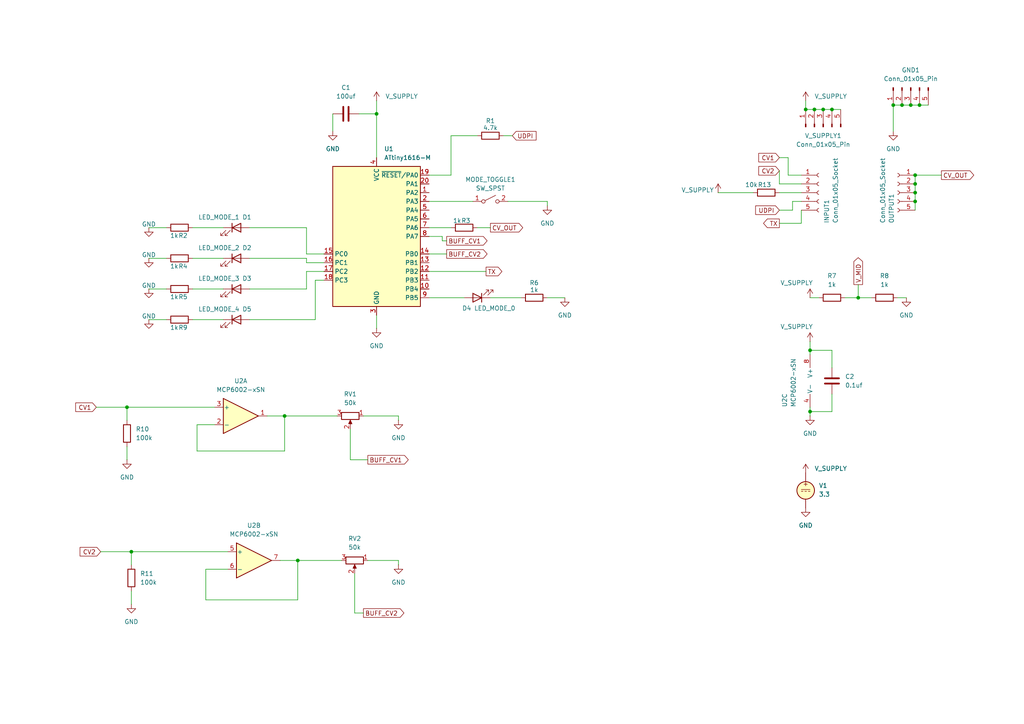
<source format=kicad_sch>
(kicad_sch (version 20231120) (generator "eeschema") (generator_version "8.0")
  (paper "A4")
  (lib_symbols
    (symbol "Amplifier_Operational:MCP6002-xSN" (pin_names (offset 0.127))
      (property "Reference" "U" (at 0 5.08 0))
      (property "Value" "MCP6002-xSN" (at 0 -5.08 0))
      (symbol "MCP6002-xSN_1_1"
        (polyline (pts (xy -5.08 5.08) (xy 5.08 0) (xy -5.08 -5.08) (xy -5.08 5.08)) (stroke (width 0.254)) (fill (type background)))
        (pin output line (at 7.62 0 180) (length 2.54) (name "~") (number "1"))
        (pin input line (at -7.62 -2.54 0) (length 2.54) (name "-") (number "2"))
        (pin input line (at -7.62 2.54 0) (length 2.54) (name "+") (number "3"))
      )
      (symbol "MCP6002-xSN_2_1"
        (polyline (pts (xy -5.08 5.08) (xy 5.08 0) (xy -5.08 -5.08) (xy -5.08 5.08)) (stroke (width 0.254)) (fill (type background)))
        (pin input line (at -7.62 2.54 0) (length 2.54) (name "+") (number "5"))
        (pin input line (at -7.62 -2.54 0) (length 2.54) (name "-") (number "6"))
        (pin output line (at 7.62 0 180) (length 2.54) (name "~") (number "7"))
      )
      (symbol "MCP6002-xSN_3_1"
        (pin power_in line (at -2.54 -7.62 90) (length 3.81) (name "V-") (number "4"))
        (pin power_in line (at -2.54 7.62 270) (length 3.81) (name "V+") (number "8"))
      )
    )
    (symbol "Connector:Conn_01x05_Pin" (pin_names (offset 1.016) hide)
      (property "Reference" "J" (at 0 7.62 0))
      (property "Value" "Conn_01x05_Pin" (at 0 -7.62 0))
      (symbol "Conn_01x05_Pin_1_1"
        (polyline (pts (xy 1.27 -5.08) (xy 0.8636 -5.08)) (stroke (width 0.1524)))
        (polyline (pts (xy 1.27 -2.54) (xy 0.8636 -2.54)) (stroke (width 0.1524)))
        (polyline (pts (xy 1.27 0) (xy 0.8636 0)) (stroke (width 0.1524)))
        (polyline (pts (xy 1.27 2.54) (xy 0.8636 2.54)) (stroke (width 0.1524)))
        (polyline (pts (xy 1.27 5.08) (xy 0.8636 5.08)) (stroke (width 0.1524)))
        (rectangle (start 0.8636 -4.953) (end 0 -5.207) (stroke (width 0.1524)) (fill (type outline)))
        (rectangle (start 0.8636 -2.413) (end 0 -2.667) (stroke (width 0.1524)) (fill (type outline)))
        (rectangle (start 0.8636 0.127) (end 0 -0.127) (stroke (width 0.1524)) (fill (type outline)))
        (rectangle (start 0.8636 2.667) (end 0 2.413) (stroke (width 0.1524)) (fill (type outline)))
        (rectangle (start 0.8636 5.207) (end 0 4.953) (stroke (width 0.1524)) (fill (type outline)))
        (pin passive line (at 5.08 5.08 180) (length 3.81) (name "Pin_1") (number "1"))
        (pin passive line (at 5.08 2.54 180) (length 3.81) (name "Pin_2") (number "2"))
        (pin passive line (at 5.08 0 180) (length 3.81) (name "Pin_3") (number "3"))
        (pin passive line (at 5.08 -2.54 180) (length 3.81) (name "Pin_4") (number "4"))
        (pin passive line (at 5.08 -5.08 180) (length 3.81) (name "Pin_5") (number "5"))
      )
    )
    (symbol "Connector:Conn_01x05_Socket" (pin_names (offset 1.016) hide)
      (property "Reference" "J" (at 0 7.62 0))
      (property "Value" "Conn_01x05_Socket" (at 0 -7.62 0))
      (symbol "Conn_01x05_Socket_1_1"
        (arc (start 0 -4.572) (mid -0.5058 -5.08) (end 0 -5.588) (stroke (width 0.1524)))
        (arc (start 0 -2.032) (mid -0.5058 -2.54) (end 0 -3.048) (stroke (width 0.1524)))
        (polyline (pts (xy -1.27 -5.08) (xy -0.508 -5.08)) (stroke (width 0.1524)))
        (polyline (pts (xy -1.27 -2.54) (xy -0.508 -2.54)) (stroke (width 0.1524)))
        (polyline (pts (xy -1.27 0) (xy -0.508 0)) (stroke (width 0.1524)))
        (polyline (pts (xy -1.27 2.54) (xy -0.508 2.54)) (stroke (width 0.1524)))
        (polyline (pts (xy -1.27 5.08) (xy -0.508 5.08)) (stroke (width 0.1524)))
        (arc (start 0 0.508) (mid -0.5058 0) (end 0 -0.508) (stroke (width 0.1524)))
        (arc (start 0 3.048) (mid -0.5058 2.54) (end 0 2.032) (stroke (width 0.1524)))
        (arc (start 0 5.588) (mid -0.5058 5.08) (end 0 4.572) (stroke (width 0.1524)))
        (pin passive line (at -5.08 5.08 0) (length 3.81) (name "Pin_1") (number "1"))
        (pin passive line (at -5.08 2.54 0) (length 3.81) (name "Pin_2") (number "2"))
        (pin passive line (at -5.08 0 0) (length 3.81) (name "Pin_3") (number "3"))
        (pin passive line (at -5.08 -2.54 0) (length 3.81) (name "Pin_4") (number "4"))
        (pin passive line (at -5.08 -5.08 0) (length 3.81) (name "Pin_5") (number "5"))
      )
    )
    (symbol "Device:C" (pin_numbers hide) (pin_names (offset 0.254))
      (property "Reference" "C" (at 0.635 2.54 0))
      (property "Value" "C" (at 0.635 -2.54 0))
      (symbol "C_0_1"
        (polyline (pts (xy -2.032 -0.762) (xy 2.032 -0.762)) (stroke (width 0.508)))
        (polyline (pts (xy -2.032 0.762) (xy 2.032 0.762)) (stroke (width 0.508)))
      )
      (symbol "C_1_1"
        (pin passive line (at 0 3.81 270) (length 2.794) (name "~") (number "1"))
        (pin passive line (at 0 -3.81 90) (length 2.794) (name "~") (number "2"))
      )
    )
    (symbol "Device:LED" (pin_numbers hide) (pin_names (offset 1.016) hide)
      (property "Reference" "D" (at 0 2.54 0))
      (property "Value" "LED" (at 0 -2.54 0))
      (symbol "LED_0_1"
        (polyline (pts (xy -1.27 -1.27) (xy -1.27 1.27)) (stroke (width 0.254)))
        (polyline (pts (xy -1.27 0) (xy 1.27 0)))
        (polyline (pts (xy 1.27 -1.27) (xy 1.27 1.27) (xy -1.27 0) (xy 1.27 -1.27)) (stroke (width 0.254)))
        (polyline (pts (xy -3.048 -0.762) (xy -4.572 -2.286) (xy -3.81 -2.286) (xy -4.572 -2.286) (xy -4.572 -1.524)))
        (polyline (pts (xy -1.778 -0.762) (xy -3.302 -2.286) (xy -2.54 -2.286) (xy -3.302 -2.286) (xy -3.302 -1.524)))
      )
      (symbol "LED_1_1"
        (pin passive line (at -3.81 0 0) (length 2.54) (name "K") (number "1"))
        (pin passive line (at 3.81 0 180) (length 2.54) (name "A") (number "2"))
      )
    )
    (symbol "Device:R" (pin_numbers hide) (pin_names (offset 0))
      (property "Reference" "R" (at 2.032 0 90))
      (property "Value" "R" (at 0 0 90))
      (symbol "R_0_1"
        (rectangle (start -1.016 -2.54) (end 1.016 2.54) (stroke (width 0.254)))
      )
      (symbol "R_1_1"
        (pin passive line (at 0 3.81 270) (length 1.27) (name "~") (number "1"))
        (pin passive line (at 0 -3.81 90) (length 1.27) (name "~") (number "2"))
      )
    )
    (symbol "Device:R_Potentiometer" (pin_names (offset 1.016) hide)
      (property "Reference" "RV" (at -4.445 0 90))
      (property "Value" "R_Potentiometer" (at -2.54 0 90))
      (symbol "R_Potentiometer_0_1"
        (polyline (pts (xy 2.54 0) (xy 1.524 0)))
        (polyline (pts (xy 1.143 0) (xy 2.286 0.508) (xy 2.286 -0.508) (xy 1.143 0)) (fill (type outline)))
        (rectangle (start 1.016 2.54) (end -1.016 -2.54) (stroke (width 0.254)))
      )
      (symbol "R_Potentiometer_1_1"
        (pin passive line (at 0 3.81 270) (length 1.27) (name "1") (number "1"))
        (pin passive line (at 3.81 0 180) (length 1.27) (name "2") (number "2"))
        (pin passive line (at 0 -3.81 90) (length 1.27) (name "3") (number "3"))
      )
    )
    (symbol "MCU_Microchip_ATtiny:ATtiny1616-M"
      (property "Reference" "U" (at -12.7 21.59 0))
      (property "Value" "ATtiny1616-M" (at 2.54 -21.59 0))
      (symbol "ATtiny1616-M_0_1"
        (rectangle (start -12.7 -20.32) (end 12.7 20.32) (stroke (width 0.254)) (fill (type background)))
      )
      (symbol "ATtiny1616-M_1_1"
        (pin bidirectional line (at 15.24 12.7 180) (length 2.54) (name "PA2") (number "1"))
        (pin bidirectional line (at 15.24 -15.24 180) (length 2.54) (name "PB4") (number "10"))
        (pin bidirectional line (at 15.24 -12.7 180) (length 2.54) (name "PB3") (number "11"))
        (pin bidirectional line (at 15.24 -10.16 180) (length 2.54) (name "PB2") (number "12"))
        (pin bidirectional line (at 15.24 -7.62 180) (length 2.54) (name "PB1") (number "13"))
        (pin bidirectional line (at 15.24 -5.08 180) (length 2.54) (name "PB0") (number "14"))
        (pin bidirectional line (at -15.24 -5.08 0) (length 2.54) (name "PC0") (number "15"))
        (pin bidirectional line (at -15.24 -7.62 0) (length 2.54) (name "PC1") (number "16"))
        (pin bidirectional line (at -15.24 -10.16 0) (length 2.54) (name "PC2") (number "17"))
        (pin bidirectional line (at -15.24 -12.7 0) (length 2.54) (name "PC3") (number "18"))
        (pin bidirectional line (at 15.24 17.78 180) (length 2.54) (name "~{RESET}/PA0") (number "19"))
        (pin bidirectional line (at 15.24 10.16 180) (length 2.54) (name "PA3") (number "2"))
        (pin bidirectional line (at 15.24 15.24 180) (length 2.54) (name "PA1") (number "20"))
        (pin passive line (at 0 -22.86 90) (length 2.54) hide (name "GND") (number "21"))
        (pin power_in line (at 0 -22.86 90) (length 2.54) (name "GND") (number "3"))
        (pin power_in line (at 0 22.86 270) (length 2.54) (name "VCC") (number "4"))
        (pin bidirectional line (at 15.24 7.62 180) (length 2.54) (name "PA4") (number "5"))
        (pin bidirectional line (at 15.24 5.08 180) (length 2.54) (name "PA5") (number "6"))
        (pin bidirectional line (at 15.24 2.54 180) (length 2.54) (name "PA6") (number "7"))
        (pin bidirectional line (at 15.24 0 180) (length 2.54) (name "PA7") (number "8"))
        (pin bidirectional line (at 15.24 -17.78 180) (length 2.54) (name "PB5") (number "9"))
      )
    )
    (symbol "Simulation_SPICE:VDC" (pin_numbers hide) (pin_names (offset 0.0254))
      (property "Reference" "V" (at 2.54 2.54 0))
      (property "Value" "1" (at 2.54 0 0))
      (symbol "VDC_0_0"
        (polyline (pts (xy -1.27 0.254) (xy 1.27 0.254)))
        (polyline (pts (xy -0.762 -0.254) (xy -1.27 -0.254)))
        (polyline (pts (xy 0.254 -0.254) (xy -0.254 -0.254)))
        (polyline (pts (xy 1.27 -0.254) (xy 0.762 -0.254)))
        (text "+" (at 0 1.905 0) (effects (font (size 1.27 1.27))))
      )
      (symbol "VDC_0_1"
        (circle (center 0 0) (radius 2.54) (stroke (width 0.254)) (fill (type background)))
      )
      (symbol "VDC_1_1"
        (pin passive line (at 0 5.08 270) (length 2.54) (name "~") (number "1"))
        (pin passive line (at 0 -5.08 90) (length 2.54) (name "~") (number "2"))
      )
    )
    (symbol "Switch:SW_SPST" (pin_names (offset 0) hide)
      (property "Reference" "SW" (at 0 3.175 0))
      (property "Value" "SW_SPST" (at 0 -2.54 0))
      (symbol "SW_SPST_0_0"
        (circle (center -2.032 0) (radius 0.508))
        (polyline (pts (xy -1.524 0.254) (xy 1.524 1.778)))
        (circle (center 2.032 0) (radius 0.508))
      )
      (symbol "SW_SPST_1_1"
        (pin passive line (at -5.08 0 0) (length 2.54) (name "A") (number "1"))
        (pin passive line (at 5.08 0 180) (length 2.54) (name "B") (number "2"))
      )
    )
    (symbol "power:+5V" (power) (pin_numbers hide) (pin_names (offset 0) hide)
      (property "Value" "+5V" (at 0 3.556 0))
      (symbol "+5V_0_1"
        (polyline (pts (xy -0.762 1.27) (xy 0 2.54)))
        (polyline (pts (xy 0 0) (xy 0 2.54)))
        (polyline (pts (xy 0 2.54) (xy 0.762 1.27)))
      )
      (symbol "+5V_1_1"
        (pin power_in line (at 0 0 90) (length 0) (name "~") (number "1"))
      )
    )
    (symbol "power:GND" (power) (pin_numbers hide) (pin_names (offset 0) hide)
      (property "Value" "GND" (at 0 -3.81 0))
      (symbol "GND_0_1"
        (polyline (pts (xy 0 0) (xy 0 -1.27) (xy 1.27 -1.27) (xy 0 -2.54) (xy -1.27 -1.27) (xy 0 -1.27)))
      )
      (symbol "GND_1_1"
        (pin power_in line (at 0 0 270) (length 0) (name "~") (number "1"))
      )
    )
  )
  (junction (at 236.22 31.75))
  (junction (at 265.43 58.42))
  (junction (at 261.62 30.48))
  (junction (at 233.68 31.75))
  (junction (at 36.83 118.11))
  (junction (at 241.3 31.75))
  (junction (at 266.7 30.48))
  (junction (at 248.92 86.36))
  (junction (at 82.55 120.65))
  (junction (at 86.36 162.56))
  (junction (at 109.22 33.02))
  (junction (at 265.43 55.88))
  (junction (at 264.16 30.48))
  (junction (at 234.95 101.6))
  (junction (at 265.43 53.34))
  (junction (at 238.76 31.75))
  (junction (at 265.43 50.8))
  (junction (at 38.1 160.02))
  (junction (at 259.08 30.48))
  (junction (at 234.95 119.38))
  (wire (pts (xy 208.28 55.88) (xy 218.44 55.88)))
  (wire (pts (xy 147.32 58.42) (xy 158.75 58.42)))
  (wire (pts (xy 234.95 119.38) (xy 234.95 120.65)))
  (wire (pts (xy 82.55 120.65) (xy 97.79 120.65)))
  (wire (pts (xy 86.36 173.99) (xy 59.69 173.99)))
  (wire (pts (xy 29.21 160.02) (xy 38.1 160.02)))
  (wire (pts (xy 226.06 55.88) (xy 232.41 55.88)))
  (wire (pts (xy 105.41 120.65) (xy 115.57 120.65)))
  (wire (pts (xy 228.6 50.8) (xy 232.41 50.8)))
  (wire (pts (xy 130.81 66.04) (xy 124.46 66.04)))
  (wire (pts (xy 88.9 66.04) (xy 72.39 66.04)))
  (wire (pts (xy 59.69 173.99) (xy 59.69 165.1)))
  (wire (pts (xy 226.06 53.34) (xy 232.41 53.34)))
  (wire (pts (xy 96.52 33.02) (xy 96.52 38.1)))
  (wire (pts (xy 72.39 83.82) (xy 88.9 83.82)))
  (wire (pts (xy 88.9 73.66) (xy 93.98 73.66)))
  (wire (pts (xy 72.39 92.71) (xy 91.44 92.71)))
  (wire (pts (xy 229.87 58.42) (xy 232.41 58.42)))
  (wire (pts (xy 104.14 33.02) (xy 109.22 33.02)))
  (wire (pts (xy 241.3 31.75) (xy 243.84 31.75)))
  (wire (pts (xy 86.36 162.56) (xy 99.06 162.56)))
  (wire (pts (xy 38.1 160.02) (xy 66.04 160.02)))
  (wire (pts (xy 228.6 45.72) (xy 228.6 50.8)))
  (wire (pts (xy 124.46 58.42) (xy 137.16 58.42)))
  (wire (pts (xy 234.95 99.06) (xy 234.95 101.6)))
  (wire (pts (xy 128.27 69.85) (xy 128.27 68.58)))
  (wire (pts (xy 233.68 31.75) (xy 236.22 31.75)))
  (wire (pts (xy 82.55 130.81) (xy 57.15 130.81)))
  (wire (pts (xy 158.75 58.42) (xy 158.75 59.69)))
  (wire (pts (xy 82.55 120.65) (xy 82.55 130.81)))
  (wire (pts (xy 229.87 60.96) (xy 229.87 58.42)))
  (wire (pts (xy 88.9 78.74) (xy 93.98 78.74)))
  (wire (pts (xy 91.44 92.71) (xy 91.44 81.28)))
  (wire (pts (xy 124.46 73.66) (xy 129.54 73.66)))
  (wire (pts (xy 266.7 30.48) (xy 269.24 30.48)))
  (wire (pts (xy 226.06 45.72) (xy 228.6 45.72)))
  (wire (pts (xy 265.43 50.8) (xy 265.43 53.34)))
  (wire (pts (xy 232.41 64.77) (xy 232.41 60.96)))
  (wire (pts (xy 248.92 82.55) (xy 248.92 86.36)))
  (wire (pts (xy 248.92 86.36) (xy 252.73 86.36)))
  (wire (pts (xy 27.94 118.11) (xy 36.83 118.11)))
  (wire (pts (xy 88.9 83.82) (xy 88.9 78.74)))
  (wire (pts (xy 130.81 50.8) (xy 124.46 50.8)))
  (wire (pts (xy 238.76 31.75) (xy 241.3 31.75)))
  (wire (pts (xy 64.77 74.93) (xy 55.88 74.93)))
  (wire (pts (xy 48.26 92.71) (xy 43.18 92.71)))
  (wire (pts (xy 259.08 30.48) (xy 261.62 30.48)))
  (wire (pts (xy 158.75 86.36) (xy 163.83 86.36)))
  (wire (pts (xy 142.24 86.36) (xy 151.13 86.36)))
  (wire (pts (xy 234.95 118.11) (xy 234.95 119.38)))
  (wire (pts (xy 262.89 86.36) (xy 260.35 86.36)))
  (wire (pts (xy 59.69 165.1) (xy 66.04 165.1)))
  (wire (pts (xy 226.06 60.96) (xy 229.87 60.96)))
  (wire (pts (xy 259.08 30.48) (xy 259.08 38.1)))
  (wire (pts (xy 130.81 39.37) (xy 138.43 39.37)))
  (wire (pts (xy 234.95 86.36) (xy 237.49 86.36)))
  (wire (pts (xy 233.68 31.75) (xy 233.68 29.21)))
  (wire (pts (xy 88.9 74.93) (xy 88.9 76.2)))
  (wire (pts (xy 128.27 69.85) (xy 129.54 69.85)))
  (wire (pts (xy 109.22 33.02) (xy 109.22 45.72)))
  (wire (pts (xy 105.41 177.8) (xy 102.87 177.8)))
  (wire (pts (xy 226.06 49.53) (xy 226.06 53.34)))
  (wire (pts (xy 115.57 163.83) (xy 115.57 162.56)))
  (wire (pts (xy 264.16 30.48) (xy 266.7 30.48)))
  (wire (pts (xy 72.39 74.93) (xy 88.9 74.93)))
  (wire (pts (xy 64.77 92.71) (xy 55.88 92.71)))
  (wire (pts (xy 57.15 123.19) (xy 62.23 123.19)))
  (wire (pts (xy 115.57 120.65) (xy 115.57 121.92)))
  (wire (pts (xy 265.43 50.8) (xy 273.05 50.8)))
  (wire (pts (xy 234.95 101.6) (xy 234.95 102.87)))
  (wire (pts (xy 48.26 74.93) (xy 43.18 74.93)))
  (wire (pts (xy 128.27 68.58) (xy 124.46 68.58)))
  (wire (pts (xy 148.59 39.37) (xy 146.05 39.37)))
  (wire (pts (xy 88.9 66.04) (xy 88.9 73.66)))
  (wire (pts (xy 36.83 133.35) (xy 36.83 129.54)))
  (wire (pts (xy 77.47 120.65) (xy 82.55 120.65)))
  (wire (pts (xy 57.15 130.81) (xy 57.15 123.19)))
  (wire (pts (xy 241.3 114.3) (xy 241.3 119.38)))
  (wire (pts (xy 48.26 66.04) (xy 43.18 66.04)))
  (wire (pts (xy 36.83 118.11) (xy 62.23 118.11)))
  (wire (pts (xy 124.46 78.74) (xy 140.97 78.74)))
  (wire (pts (xy 236.22 31.75) (xy 238.76 31.75)))
  (wire (pts (xy 115.57 162.56) (xy 106.68 162.56)))
  (wire (pts (xy 109.22 91.44) (xy 109.22 95.25)))
  (wire (pts (xy 38.1 175.26) (xy 38.1 171.45)))
  (wire (pts (xy 64.77 66.04) (xy 55.88 66.04)))
  (wire (pts (xy 245.11 86.36) (xy 248.92 86.36)))
  (wire (pts (xy 130.81 39.37) (xy 130.81 50.8)))
  (wire (pts (xy 226.06 64.77) (xy 232.41 64.77)))
  (wire (pts (xy 241.3 101.6) (xy 234.95 101.6)))
  (wire (pts (xy 241.3 106.68) (xy 241.3 101.6)))
  (wire (pts (xy 64.77 83.82) (xy 55.88 83.82)))
  (wire (pts (xy 101.6 124.46) (xy 101.6 133.35)))
  (wire (pts (xy 86.36 162.56) (xy 86.36 173.99)))
  (wire (pts (xy 38.1 160.02) (xy 38.1 163.83)))
  (wire (pts (xy 91.44 81.28) (xy 93.98 81.28)))
  (wire (pts (xy 265.43 58.42) (xy 265.43 60.96)))
  (wire (pts (xy 102.87 177.8) (xy 102.87 166.37)))
  (wire (pts (xy 36.83 118.11) (xy 36.83 121.92)))
  (wire (pts (xy 138.43 66.04) (xy 142.24 66.04)))
  (wire (pts (xy 48.26 83.82) (xy 43.18 83.82)))
  (wire (pts (xy 265.43 53.34) (xy 265.43 55.88)))
  (wire (pts (xy 101.6 133.35) (xy 106.68 133.35)))
  (wire (pts (xy 124.46 86.36) (xy 134.62 86.36)))
  (wire (pts (xy 265.43 55.88) (xy 265.43 58.42)))
  (wire (pts (xy 81.28 162.56) (xy 86.36 162.56)))
  (wire (pts (xy 88.9 76.2) (xy 93.98 76.2)))
  (wire (pts (xy 241.3 119.38) (xy 234.95 119.38)))
  (wire (pts (xy 261.62 30.48) (xy 264.16 30.48)))
  (wire (pts (xy 109.22 29.21) (xy 109.22 33.02)))
  (global_label "BUFF_CV2" (shape output) (at 129.54 73.66 0) (property "Intersheetrefs" "${INTERSHEET_REFS}" (effects (hide yes))))
  (global_label "CV_OUT" (shape output) (at 273.05 50.8 0) (property "Intersheetrefs" "${INTERSHEET_REFS}" (effects (hide yes))))
  (global_label "CV1" (shape input) (at 27.94 118.11 180) (property "Intersheetrefs" "${INTERSHEET_REFS}" (effects (hide yes))))
  (global_label "CV2" (shape input) (at 29.21 160.02 180) (property "Intersheetrefs" "${INTERSHEET_REFS}" (effects (hide yes))))
  (global_label "UDPI" (shape input) (at 226.06 60.96 180) (property "Intersheetrefs" "${INTERSHEET_REFS}" (effects (hide yes))))
  (global_label "UDPI" (shape input) (at 148.59 39.37 0) (property "Intersheetrefs" "${INTERSHEET_REFS}" (effects (hide yes))))
  (global_label "CV_OUT" (shape output) (at 142.24 66.04 0) (property "Intersheetrefs" "${INTERSHEET_REFS}" (effects (hide yes))))
  (global_label "TX" (shape output) (at 140.97 78.74 0) (property "Intersheetrefs" "${INTERSHEET_REFS}" (effects (hide yes))))
  (global_label "BUFF_CV1" (shape output) (at 129.54 69.85 0) (property "Intersheetrefs" "${INTERSHEET_REFS}" (effects (hide yes))))
  (global_label "CV2" (shape input) (at 226.06 49.53 180) (property "Intersheetrefs" "${INTERSHEET_REFS}" (effects (hide yes))))
  (global_label "CV1" (shape input) (at 226.06 45.72 180) (property "Intersheetrefs" "${INTERSHEET_REFS}" (effects (hide yes))))
  (global_label "TX" (shape output) (at 226.06 64.77 180) (property "Intersheetrefs" "${INTERSHEET_REFS}" (effects (hide yes))))
  (global_label "BUFF_CV2" (shape output) (at 105.41 177.8 0) (property "Intersheetrefs" "${INTERSHEET_REFS}" (effects (hide yes))))
  (global_label "V_MID" (shape output) (at 248.92 82.55 90) (property "Intersheetrefs" "${INTERSHEET_REFS}" (effects (hide yes))))
  (global_label "BUFF_CV1" (shape output) (at 106.68 133.35 0) (property "Intersheetrefs" "${INTERSHEET_REFS}" (effects (hide yes))))
  (symbol (lib_id "power:GND") (at 36.83 133.35 0) (unit 1)
    (property "Reference" "#PWR017" (effects (hide yes)))
    (property "Value" "GND" (at 36.83 138.43 0))
    (property "Description" "Power symbol creates a global label with name \"GND\" , ground" (effects (hide yes)))
  )
  (symbol (lib_id "power:GND") (at 43.18 66.04 0) (unit 1)
    (property "Reference" "#PWR06" (effects (hide yes)))
    (property "Value" "GND" (at 43.18 65.024 0))
    (property "Description" "Power symbol creates a global label with name \"GND\" , ground" (effects (hide yes)))
  )
  (symbol (lib_id "Device:LED") (at 68.58 92.71 0) (unit 1)
    (property "Reference" "D5" (at 71.628 89.662 0))
    (property "Value" "LED_MODE_4" (at 63.5 89.662 0))
    (property "Footprint" "LED_SMD:LED_0603_1608Metric" (effects (hide yes)))
    (property "Description" "Light emitting diode" (effects (hide yes)))
  )
  (symbol (lib_id "Device:R") (at 241.3 86.36 90) (unit 1)
    (property "Reference" "R7" (at 241.3 80.01 90))
    (property "Value" "1k" (at 241.3 82.55 90))
    (property "Footprint" "Resistor_SMD:R_0402_1005Metric" (effects (hide yes)))
    (property "Description" "Resistor" (effects (hide yes)))
  )
  (symbol (lib_id "Simulation_SPICE:VDC") (at 233.68 142.24 0) (unit 1) (on_board no)
    (property "Reference" "V1" (at 237.49 140.8401 0) (effects (justify left)))
    (property "Value" "3.3" (at 237.49 143.3801 0) (effects (justify left)))
    (property "Datasheet" "https://ngspice.sourceforge.io/docs/ngspice-html-manual/manual.xhtml#sec_Independent_Sources_for" (effects (hide yes)))
    (property "Description" "Voltage source, DC" (effects (hide yes)))
    (property "Sim.Pins" "1=+ 2=-" (effects (hide yes)))
    (property "Sim.Type" "DC" (effects (hide yes)))
    (property "Sim.Device" "V" (effects (hide yes)))
  )
  (symbol (lib_id "Amplifier_Operational:MCP6002-xSN") (at 69.85 120.65 0) (unit 1)
    (property "Reference" "U2" (at 69.85 110.49 0))
    (property "Value" "MCP6002-xSN" (at 69.85 113.03 0))
    (property "Footprint" "Package_SO:SOIC-8-1EP_3.9x4.9mm_P1.27mm_EP2.29x3mm" (effects (hide yes)))
    (property "Datasheet" "http://ww1.microchip.com/downloads/en/DeviceDoc/21733j.pdf" (effects (hide yes)))
    (property "Description" "1MHz, Low-Power Op Amp, SOIC-8" (effects (hide yes)))
  )
  (symbol (lib_id "Connector:Conn_01x05_Pin") (at 238.76 36.83 90) (unit 1) (exclude_from_sim yes)
    (property "Reference" "V_SUPPLY1" (at 238.76 39.37 90))
    (property "Value" "Conn_01x05_Pin" (at 238.76 41.91 90))
    (property "Footprint" "BreadModular_MISC:Power_Connector" (effects (hide yes)))
    (property "Description" "Generic connector, single row, 01x05, script generated" (effects (hide yes)))
  )
  (symbol (lib_id "power:GND") (at 158.75 59.69 0) (unit 1)
    (property "Reference" "#PWR05" (effects (hide yes)))
    (property "Value" "GND" (at 158.75 64.77 0))
    (property "Description" "Power symbol creates a global label with name \"GND\" , ground" (effects (hide yes)))
  )
  (symbol (lib_id "Device:C") (at 241.3 110.49 0) (unit 1)
    (property "Reference" "C2" (at 245.11 109.2199 0) (effects (justify left)))
    (property "Value" "0.1uf" (at 245.11 111.7599 0) (effects (justify left)))
    (property "Footprint" "Capacitor_SMD:C_0402_1005Metric" (effects (hide yes)))
    (property "Description" "Unpolarized capacitor" (effects (hide yes)))
  )
  (symbol (lib_id "Device:R") (at 134.62 66.04 90) (unit 1)
    (property "Reference" "R3" (at 135.128 64.008 90))
    (property "Value" "1k" (at 132.588 64.008 90))
    (property "Footprint" "Resistor_SMD:R_0402_1005Metric" (effects (hide yes)))
    (property "Description" "Resistor" (effects (hide yes)))
  )
  (symbol (lib_id "Device:LED") (at 68.58 66.04 0) (unit 1)
    (property "Reference" "D1" (at 71.628 62.992 0))
    (property "Value" "LED_MODE_1" (at 63.5 62.992 0))
    (property "Footprint" "LED_SMD:LED_0603_1608Metric" (effects (hide yes)))
    (property "Description" "Light emitting diode" (effects (hide yes)))
  )
  (symbol (lib_id "power:+5V") (at 233.68 137.16 0) (unit 1)
    (property "Reference" "#PWR018" (effects (hide yes)))
    (property "Value" "V_SUPPLY" (at 236.22 135.8899 0) (effects (justify left)))
    (property "Description" "Power symbol creates a global label with name \"+5V\"" (effects (hide yes)))
  )
  (symbol (lib_id "power:GND") (at 163.83 86.36 0) (unit 1)
    (property "Reference" "#PWR09" (effects (hide yes)))
    (property "Value" "GND" (at 163.83 91.44 0))
    (property "Description" "Power symbol creates a global label with name \"GND\" , ground" (effects (hide yes)))
  )
  (symbol (lib_id "Device:LED") (at 68.58 83.82 0) (unit 1)
    (property "Reference" "D3" (at 71.628 80.772 0))
    (property "Value" "LED_MODE_3" (at 63.5 80.772 0))
    (property "Footprint" "LED_SMD:LED_0603_1608Metric" (effects (hide yes)))
    (property "Description" "Light emitting diode" (effects (hide yes)))
  )
  (symbol (lib_id "power:+5V") (at 233.68 29.21 0) (unit 1)
    (property "Reference" "#PWR02" (effects (hide yes)))
    (property "Value" "V_SUPPLY" (at 236.22 27.9399 0) (effects (justify left)))
    (property "Description" "Power symbol creates a global label with name \"+5V\"" (effects (hide yes)))
  )
  (symbol (lib_id "power:GND") (at 259.08 38.1 0) (unit 1)
    (property "Reference" "#PWR04" (effects (hide yes)))
    (property "Value" "GND" (at 259.08 43.18 0))
    (property "Description" "Power symbol creates a global label with name \"GND\" , ground" (effects (hide yes)))
  )
  (symbol (lib_id "Device:LED") (at 138.43 86.36 180) (unit 1)
    (property "Reference" "D4" (at 135.382 89.408 0))
    (property "Value" "LED_MODE_0" (at 143.51 89.408 0))
    (property "Footprint" "LED_SMD:LED_0603_1608Metric" (effects (hide yes)))
    (property "Description" "Light emitting diode" (effects (hide yes)))
  )
  (symbol (lib_id "power:+5V") (at 208.28 55.88 0) (unit 1)
    (property "Reference" "#PWR024" (effects (hide yes)))
    (property "Value" "V_SUPPLY" (at 197.612 55.118 0) (effects (justify left)))
    (property "Description" "Power symbol creates a global label with name \"+5V\"" (effects (hide yes)))
  )
  (symbol (lib_id "Device:R") (at 142.24 39.37 90) (unit 1)
    (property "Reference" "R1" (at 142.24 35.052 90))
    (property "Value" "4.7k" (at 142.24 37.084 90))
    (property "Footprint" "Resistor_SMD:R_0402_1005Metric" (effects (hide yes)))
    (property "Description" "Resistor" (effects (hide yes)))
  )
  (symbol (lib_id "Amplifier_Operational:MCP6002-xSN") (at 237.49 110.49 0) (unit 3)
    (property "Reference" "U2" (at 227.584 118.11 90) (effects (justify left)))
    (property "Value" "MCP6002-xSN" (at 230.124 118.11 90) (effects (justify left)))
    (property "Footprint" "Package_SO:SOIC-8-1EP_3.9x4.9mm_P1.27mm_EP2.29x3mm" (effects (hide yes)))
    (property "Datasheet" "http://ww1.microchip.com/downloads/en/DeviceDoc/21733j.pdf" (effects (hide yes)))
    (property "Description" "1MHz, Low-Power Op Amp, SOIC-8" (effects (hide yes)))
  )
  (symbol (lib_id "Device:R") (at 154.94 86.36 90) (unit 1)
    (property "Reference" "R6" (at 154.94 82.042 90))
    (property "Value" "1k" (at 154.94 84.074 90))
    (property "Footprint" "Resistor_SMD:R_0402_1005Metric" (effects (hide yes)))
    (property "Description" "Resistor" (effects (hide yes)))
  )
  (symbol (lib_id "power:GND") (at 233.68 147.32 0) (unit 1)
    (property "Reference" "#PWR019" (effects (hide yes)))
    (property "Value" "GND" (at 233.68 152.4 0))
    (property "Description" "Power symbol creates a global label with name \"GND\" , ground" (effects (hide yes)))
  )
  (symbol (lib_id "MCU_Microchip_ATtiny:ATtiny1616-M") (at 109.22 68.58 0) (unit 1)
    (property "Reference" "U1" (at 111.4141 43.18 0) (effects (justify left)))
    (property "Value" "ATtiny1616-M" (at 111.4141 45.72 0) (effects (justify left)))
    (property "Footprint" "Package_DFN_QFN:VQFN-20-1EP_3x3mm_P0.4mm_EP1.7x1.7mm" (effects (hide yes)))
    (property "Datasheet" "http://ww1.microchip.com/downloads/en/DeviceDoc/ATtiny3216_ATtiny1616-data-sheet-40001997B.pdf" (effects (hide yes)))
    (property "Description" "20MHz, 16kB Flash, 2kB SRAM, 256B EEPROM, VQFN-20" (effects (hide yes)))
  )
  (symbol (lib_id "Device:R") (at 52.07 66.04 270) (unit 1)
    (property "Reference" "R2" (at 53.086 68.326 90))
    (property "Value" "1k" (at 50.546 68.326 90))
    (property "Footprint" "Resistor_SMD:R_0402_1005Metric" (effects (hide yes)))
    (property "Description" "Resistor" (effects (hide yes)))
  )
  (symbol (lib_id "Device:R") (at 52.07 83.82 270) (unit 1)
    (property "Reference" "R5" (at 53.086 86.106 90))
    (property "Value" "1k" (at 50.546 86.106 90))
    (property "Footprint" "Resistor_SMD:R_0402_1005Metric" (effects (hide yes)))
    (property "Description" "Resistor" (effects (hide yes)))
  )
  (symbol (lib_id "power:GND") (at 115.57 121.92 0) (unit 1)
    (property "Reference" "#PWR016" (effects (hide yes)))
    (property "Value" "GND" (at 115.57 127 0))
    (property "Description" "Power symbol creates a global label with name \"GND\" , ground" (effects (hide yes)))
  )
  (symbol (lib_id "Device:R") (at 38.1 167.64 0) (unit 1)
    (property "Reference" "R11" (at 40.64 166.3699 0) (effects (justify left)))
    (property "Value" "100k" (at 40.64 168.9099 0) (effects (justify left)))
    (property "Footprint" "Resistor_SMD:R_0402_1005Metric" (effects (hide yes)))
    (property "Description" "Resistor" (effects (hide yes)))
  )
  (symbol (lib_id "Device:R") (at 52.07 92.71 270) (unit 1)
    (property "Reference" "R9" (at 53.086 94.996 90))
    (property "Value" "1k" (at 50.546 94.996 90))
    (property "Footprint" "Resistor_SMD:R_0402_1005Metric" (effects (hide yes)))
    (property "Description" "Resistor" (effects (hide yes)))
  )
  (symbol (lib_id "Connector:Conn_01x05_Socket") (at 260.35 55.88 0) (mirror y) (unit 1) (exclude_from_sim yes)
    (property "Reference" "OUTPUT1" (at 258.572 64.77 90) (effects (justify left)))
    (property "Value" "Conn_01x05_Socket" (at 256.032 64.77 90) (effects (justify left)))
    (property "Footprint" "Connector_PinSocket_2.54mm:PinSocket_1x05_P2.54mm_Vertical" (effects (hide yes)))
    (property "Description" "Generic connector, single row, 01x05, script generated" (effects (hide yes)))
  )
  (symbol (lib_id "Device:LED") (at 68.58 74.93 0) (unit 1)
    (property "Reference" "D2" (at 71.628 71.882 0))
    (property "Value" "LED_MODE_2" (at 63.5 71.882 0))
    (property "Footprint" "LED_SMD:LED_0603_1608Metric" (effects (hide yes)))
    (property "Description" "Light emitting diode" (effects (hide yes)))
  )
  (symbol (lib_id "power:GND") (at 43.18 83.82 0) (unit 1)
    (property "Reference" "#PWR08" (effects (hide yes)))
    (property "Value" "GND" (at 43.18 82.804 0))
    (property "Description" "Power symbol creates a global label with name \"GND\" , ground" (effects (hide yes)))
  )
  (symbol (lib_id "power:GND") (at 43.18 92.71 0) (unit 1)
    (property "Reference" "#PWR012" (effects (hide yes)))
    (property "Value" "GND" (at 43.18 91.694 0))
    (property "Description" "Power symbol creates a global label with name \"GND\" , ground" (effects (hide yes)))
  )
  (symbol (lib_id "Amplifier_Operational:MCP6002-xSN") (at 73.66 162.56 0) (unit 2)
    (property "Reference" "U2" (at 73.66 152.4 0))
    (property "Value" "MCP6002-xSN" (at 73.66 154.94 0))
    (property "Footprint" "Package_SO:SOIC-8-1EP_3.9x4.9mm_P1.27mm_EP2.29x3mm" (effects (hide yes)))
    (property "Datasheet" "http://ww1.microchip.com/downloads/en/DeviceDoc/21733j.pdf" (effects (hide yes)))
    (property "Description" "1MHz, Low-Power Op Amp, SOIC-8" (effects (hide yes)))
  )
  (symbol (lib_id "power:GND") (at 262.89 86.36 0) (unit 1)
    (property "Reference" "#PWR011" (effects (hide yes)))
    (property "Value" "GND" (at 262.89 91.44 0))
    (property "Description" "Power symbol creates a global label with name \"GND\" , ground" (effects (hide yes)))
  )
  (symbol (lib_id "Device:R") (at 256.54 86.36 90) (unit 1)
    (property "Reference" "R8" (at 256.54 80.01 90))
    (property "Value" "1k" (at 256.54 82.55 90))
    (property "Footprint" "Resistor_SMD:R_0402_1005Metric" (effects (hide yes)))
    (property "Description" "Resistor" (effects (hide yes)))
  )
  (symbol (lib_id "Connector:Conn_01x05_Socket") (at 237.49 55.88 0) (unit 1) (exclude_from_sim yes)
    (property "Reference" "INPUT1" (at 239.776 64.77 90) (effects (justify left)))
    (property "Value" "Conn_01x05_Socket" (at 242.316 64.77 90) (effects (justify left)))
    (property "Footprint" "Connector_PinSocket_2.54mm:PinSocket_1x05_P2.54mm_Vertical" (effects (hide yes)))
    (property "Description" "Generic connector, single row, 01x05, script generated" (effects (hide yes)))
  )
  (symbol (lib_id "power:GND") (at 43.18 74.93 0) (unit 1)
    (property "Reference" "#PWR07" (effects (hide yes)))
    (property "Value" "GND" (at 43.18 73.914 0))
    (property "Description" "Power symbol creates a global label with name \"GND\" , ground" (effects (hide yes)))
  )
  (symbol (lib_id "Device:R") (at 52.07 74.93 270) (unit 1)
    (property "Reference" "R4" (at 53.086 77.216 90))
    (property "Value" "1k" (at 50.546 77.216 90))
    (property "Footprint" "Resistor_SMD:R_0402_1005Metric" (effects (hide yes)))
    (property "Description" "Resistor" (effects (hide yes)))
  )
  (symbol (lib_id "power:GND") (at 234.95 120.65 0) (unit 1)
    (property "Reference" "#PWR015" (effects (hide yes)))
    (property "Value" "GND" (at 234.95 125.73 0))
    (property "Description" "Power symbol creates a global label with name \"GND\" , ground" (effects (hide yes)))
  )
  (symbol (lib_id "power:GND") (at 109.22 95.25 0) (unit 1)
    (property "Reference" "#PWR013" (effects (hide yes)))
    (property "Value" "GND" (at 109.22 100.33 0))
    (property "Description" "Power symbol creates a global label with name \"GND\" , ground" (effects (hide yes)))
  )
  (symbol (lib_id "power:+5V") (at 234.95 99.06 0) (unit 1)
    (property "Reference" "#PWR014" (effects (hide yes)))
    (property "Value" "V_SUPPLY" (at 226.314 94.742 0) (effects (justify left)))
    (property "Description" "Power symbol creates a global label with name \"+5V\"" (effects (hide yes)))
  )
  (symbol (lib_id "Device:R_Potentiometer") (at 102.87 162.56 270) (unit 1)
    (property "Reference" "RV2" (at 102.87 156.21 90))
    (property "Value" "50k" (at 102.87 158.75 90))
    (property "Footprint" "BreadModular_Pots:Potentiometer_RV09" (effects (hide yes)))
    (property "Description" "Potentiometer" (effects (hide yes)))
  )
  (symbol (lib_id "power:GND") (at 96.52 38.1 0) (unit 1)
    (property "Reference" "#PWR03" (effects (hide yes)))
    (property "Value" "GND" (at 96.52 43.18 0))
    (property "Description" "Power symbol creates a global label with name \"GND\" , ground" (effects (hide yes)))
  )
  (symbol (lib_id "power:+5V") (at 109.22 29.21 0) (unit 1)
    (property "Reference" "#PWR01" (effects (hide yes)))
    (property "Value" "V_SUPPLY" (at 111.76 27.9399 0) (effects (justify left)))
    (property "Description" "Power symbol creates a global label with name \"+5V\"" (effects (hide yes)))
  )
  (symbol (lib_id "power:GND") (at 115.57 163.83 0) (unit 1)
    (property "Reference" "#PWR021" (effects (hide yes)))
    (property "Value" "GND" (at 115.57 168.91 0))
    (property "Description" "Power symbol creates a global label with name \"GND\" , ground" (effects (hide yes)))
  )
  (symbol (lib_id "Device:R_Potentiometer") (at 101.6 120.65 270) (unit 1)
    (property "Reference" "RV1" (at 101.6 114.3 90))
    (property "Value" "50k" (at 101.6 116.84 90))
    (property "Footprint" "BreadModular_Pots:Potentiometer_RV09" (effects (hide yes)))
    (property "Description" "Potentiometer" (effects (hide yes)))
  )
  (symbol (lib_id "Switch:SW_SPST") (at 142.24 58.42 0) (unit 1)
    (property "Reference" "MODE_TOGGLE1" (at 142.24 52.07 0))
    (property "Value" "SW_SPST" (at 142.24 54.61 0))
    (property "Footprint" "BreadModular_MISC:SPST_TS-1187A-B-A-B" (effects (hide yes)))
    (property "Description" "Single Pole Single Throw (SPST) switch" (effects (hide yes)))
  )
  (symbol (lib_id "power:GND") (at 38.1 175.26 0) (unit 1)
    (property "Reference" "#PWR022" (effects (hide yes)))
    (property "Value" "GND" (at 38.1 180.34 0))
    (property "Description" "Power symbol creates a global label with name \"GND\" , ground" (effects (hide yes)))
  )
  (symbol (lib_id "Device:R") (at 222.25 55.88 270) (unit 1)
    (property "Reference" "R13" (at 221.742 53.594 90))
    (property "Value" "10k" (at 217.932 53.594 90))
    (property "Footprint" "Resistor_SMD:R_0402_1005Metric" (effects (hide yes)))
    (property "Description" "Resistor" (effects (hide yes)))
  )
  (symbol (lib_id "Device:R") (at 36.83 125.73 0) (unit 1)
    (property "Reference" "R10" (at 39.37 124.4599 0) (effects (justify left)))
    (property "Value" "100k" (at 39.37 126.9999 0) (effects (justify left)))
    (property "Footprint" "Resistor_SMD:R_0402_1005Metric" (effects (hide yes)))
    (property "Description" "Resistor" (effects (hide yes)))
  )
  (symbol (lib_id "Connector:Conn_01x05_Pin") (at 264.16 25.4 90) (mirror x) (unit 1) (exclude_from_sim yes)
    (property "Reference" "GND1" (at 264.16 20.32 90))
    (property "Value" "Conn_01x05_Pin" (at 264.16 22.86 90))
    (property "Footprint" "BreadModular_MISC:Power_Connector" (effects (hide yes)))
    (property "Description" "Generic connector, single row, 01x05, script generated" (effects (hide yes)))
  )
  (symbol (lib_id "Device:C") (at 100.33 33.02 90) (unit 1)
    (property "Reference" "C1" (at 100.33 25.4 90))
    (property "Value" "100uf" (at 100.33 27.94 90))
    (property "Footprint" "Capacitor_SMD:C_1206_3216Metric" (effects (hide yes)))
    (property "Description" "Unpolarized capacitor" (effects (hide yes)))
  )
  (symbol (lib_id "power:+5V") (at 234.95 86.36 0) (unit 1)
    (property "Reference" "#PWR010" (effects (hide yes)))
    (property "Value" "V_SUPPLY" (at 226.314 82.042 0) (effects (justify left)))
    (property "Description" "Power symbol creates a global label with name \"+5V\"" (effects (hide yes)))
  )
)
</source>
